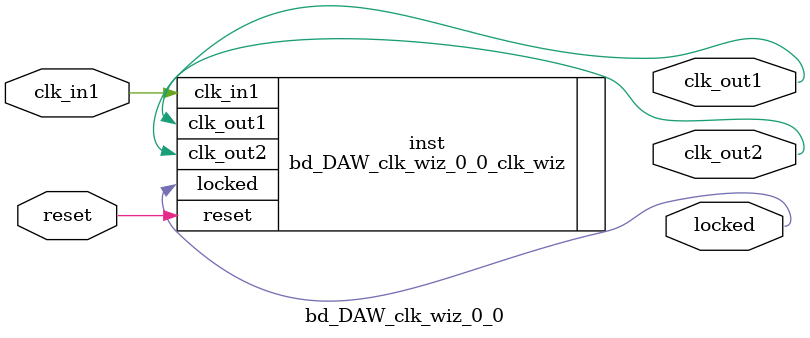
<source format=v>


`timescale 1ps/1ps

(* CORE_GENERATION_INFO = "bd_DAW_clk_wiz_0_0,clk_wiz_v6_0_6_0_0,{component_name=bd_DAW_clk_wiz_0_0,use_phase_alignment=true,use_min_o_jitter=false,use_max_i_jitter=false,use_dyn_phase_shift=false,use_inclk_switchover=false,use_dyn_reconfig=false,enable_axi=0,feedback_source=FDBK_AUTO,PRIMITIVE=PLL,num_out_clk=2,clkin1_period=10.000,clkin2_period=10.000,use_power_down=false,use_reset=true,use_locked=true,use_inclk_stopped=false,feedback_type=SINGLE,CLOCK_MGR_TYPE=NA,manual_override=false}" *)

module bd_DAW_clk_wiz_0_0 
 (
  // Clock out ports
  output        clk_out1,
  output        clk_out2,
  // Status and control signals
  input         reset,
  output        locked,
 // Clock in ports
  input         clk_in1
 );

  bd_DAW_clk_wiz_0_0_clk_wiz inst
  (
  // Clock out ports  
  .clk_out1(clk_out1),
  .clk_out2(clk_out2),
  // Status and control signals               
  .reset(reset), 
  .locked(locked),
 // Clock in ports
  .clk_in1(clk_in1)
  );

endmodule

</source>
